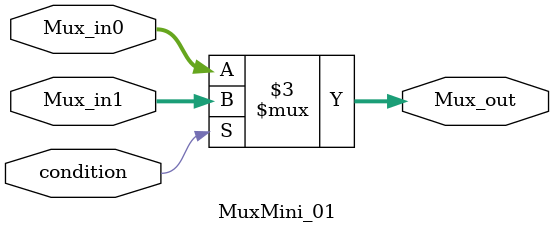
<source format=v>
`timescale 1ns/1ns

module MuxMini_01 (
	input condition,
	input [4:0] Mux_in0,
	input [4:0] Mux_in1,
	output reg [4:0] Mux_out
);

always @*
begin
	if (condition)
		Mux_out = Mux_in1;
	else
		Mux_out = Mux_in0;
end

endmodule



</source>
